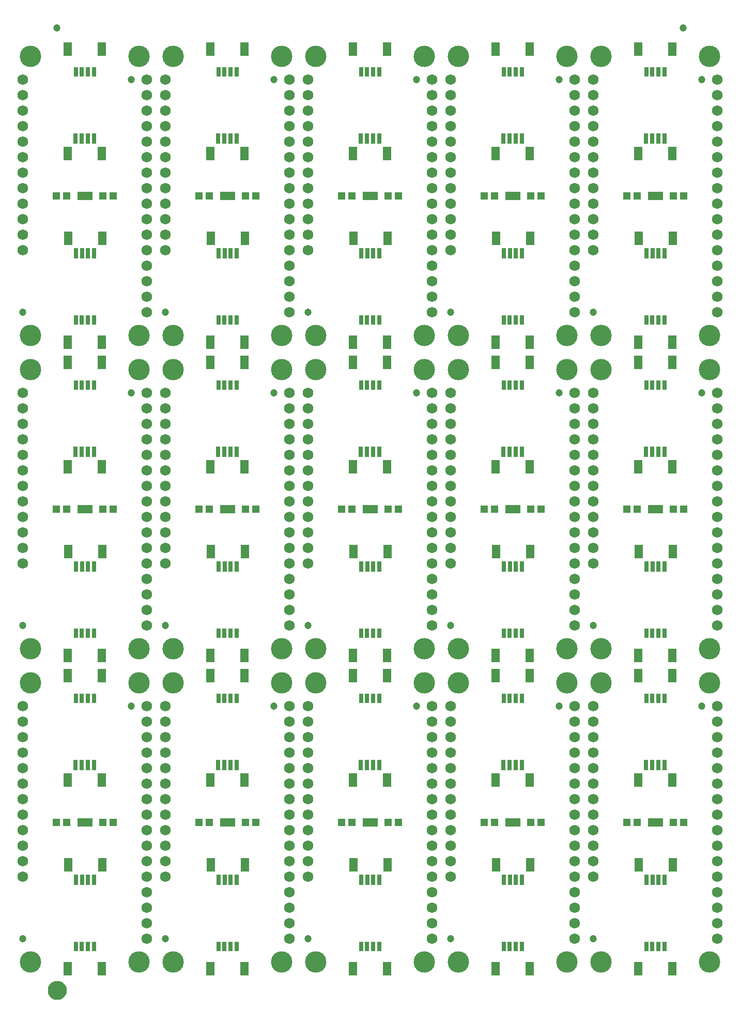
<source format=gts>
G75*
%MOIN*%
%OFA0B0*%
%FSLAX25Y25*%
%IPPOS*%
%LPD*%
%AMOC8*
5,1,8,0,0,1.08239X$1,22.5*
%
%ADD10R,0.05524X0.08674*%
%ADD11R,0.03162X0.06115*%
%ADD12R,0.03162X0.06902*%
%ADD13R,0.03300X0.05800*%
%ADD14R,0.05131X0.04737*%
%ADD15C,0.06800*%
%ADD16C,0.13800*%
%ADD17C,0.04737*%
%ADD18C,0.05000*%
%ADD19C,0.06706*%
D10*
X0082318Y0034281D03*
X0104365Y0034281D03*
X0104452Y0101348D03*
X0082405Y0101348D03*
X0082232Y0156152D03*
X0104279Y0156152D03*
X0104365Y0223219D03*
X0104365Y0236281D03*
X0082318Y0236281D03*
X0082318Y0223219D03*
X0082405Y0303348D03*
X0104452Y0303348D03*
X0104279Y0358152D03*
X0082232Y0358152D03*
X0082318Y0425219D03*
X0082318Y0438281D03*
X0104365Y0438281D03*
X0104365Y0425219D03*
X0174318Y0425219D03*
X0174318Y0438281D03*
X0196365Y0438281D03*
X0196365Y0425219D03*
X0196279Y0358152D03*
X0174232Y0358152D03*
X0174405Y0303348D03*
X0196452Y0303348D03*
X0196365Y0236281D03*
X0196365Y0223219D03*
X0174318Y0223219D03*
X0174318Y0236281D03*
X0174232Y0156152D03*
X0196279Y0156152D03*
X0196452Y0101348D03*
X0174405Y0101348D03*
X0174318Y0034281D03*
X0196365Y0034281D03*
X0266318Y0034281D03*
X0288365Y0034281D03*
X0288452Y0101348D03*
X0266405Y0101348D03*
X0266232Y0156152D03*
X0288279Y0156152D03*
X0288365Y0223219D03*
X0288365Y0236281D03*
X0266318Y0236281D03*
X0266318Y0223219D03*
X0266405Y0303348D03*
X0288452Y0303348D03*
X0288279Y0358152D03*
X0266232Y0358152D03*
X0266318Y0425219D03*
X0266318Y0438281D03*
X0288365Y0438281D03*
X0288365Y0425219D03*
X0358318Y0425219D03*
X0358318Y0438281D03*
X0380365Y0438281D03*
X0380365Y0425219D03*
X0380279Y0358152D03*
X0358232Y0358152D03*
X0358405Y0303348D03*
X0380452Y0303348D03*
X0380365Y0236281D03*
X0380365Y0223219D03*
X0358318Y0223219D03*
X0358318Y0236281D03*
X0358232Y0156152D03*
X0380279Y0156152D03*
X0380452Y0101348D03*
X0358405Y0101348D03*
X0358318Y0034281D03*
X0380365Y0034281D03*
X0450318Y0034281D03*
X0472365Y0034281D03*
X0472452Y0101348D03*
X0450405Y0101348D03*
X0450232Y0156152D03*
X0472279Y0156152D03*
X0472365Y0223219D03*
X0472365Y0236281D03*
X0450318Y0236281D03*
X0450318Y0223219D03*
X0450405Y0303348D03*
X0472452Y0303348D03*
X0472279Y0358152D03*
X0450232Y0358152D03*
X0450318Y0425219D03*
X0450318Y0438281D03*
X0472365Y0438281D03*
X0472365Y0425219D03*
X0472452Y0505348D03*
X0450405Y0505348D03*
X0450232Y0560152D03*
X0472279Y0560152D03*
X0472365Y0627219D03*
X0450318Y0627219D03*
X0380365Y0627219D03*
X0358318Y0627219D03*
X0358232Y0560152D03*
X0380279Y0560152D03*
X0380452Y0505348D03*
X0358405Y0505348D03*
X0288452Y0505348D03*
X0266405Y0505348D03*
X0266232Y0560152D03*
X0288279Y0560152D03*
X0288365Y0627219D03*
X0266318Y0627219D03*
X0196365Y0627219D03*
X0174318Y0627219D03*
X0174232Y0560152D03*
X0196279Y0560152D03*
X0196452Y0505348D03*
X0174405Y0505348D03*
X0104452Y0505348D03*
X0082405Y0505348D03*
X0082232Y0560152D03*
X0104279Y0560152D03*
X0104365Y0627219D03*
X0082318Y0627219D03*
D11*
X0087436Y0612750D03*
X0091373Y0612750D03*
X0095310Y0612750D03*
X0099247Y0612750D03*
X0179436Y0612750D03*
X0183373Y0612750D03*
X0187310Y0612750D03*
X0191247Y0612750D03*
X0271436Y0612750D03*
X0275373Y0612750D03*
X0279310Y0612750D03*
X0283247Y0612750D03*
X0363436Y0612750D03*
X0367373Y0612750D03*
X0371310Y0612750D03*
X0375247Y0612750D03*
X0455436Y0612750D03*
X0459373Y0612750D03*
X0463310Y0612750D03*
X0467247Y0612750D03*
X0467247Y0452750D03*
X0463310Y0452750D03*
X0459373Y0452750D03*
X0455436Y0452750D03*
X0455436Y0410750D03*
X0459373Y0410750D03*
X0463310Y0410750D03*
X0467247Y0410750D03*
X0375247Y0410750D03*
X0371310Y0410750D03*
X0367373Y0410750D03*
X0363436Y0410750D03*
X0363436Y0452750D03*
X0367373Y0452750D03*
X0371310Y0452750D03*
X0375247Y0452750D03*
X0283247Y0452750D03*
X0279310Y0452750D03*
X0275373Y0452750D03*
X0271436Y0452750D03*
X0271436Y0410750D03*
X0275373Y0410750D03*
X0279310Y0410750D03*
X0283247Y0410750D03*
X0191247Y0410750D03*
X0187310Y0410750D03*
X0183373Y0410750D03*
X0179436Y0410750D03*
X0179436Y0452750D03*
X0183373Y0452750D03*
X0187310Y0452750D03*
X0191247Y0452750D03*
X0099247Y0452750D03*
X0095310Y0452750D03*
X0091373Y0452750D03*
X0087436Y0452750D03*
X0087436Y0410750D03*
X0091373Y0410750D03*
X0095310Y0410750D03*
X0099247Y0410750D03*
X0099247Y0250750D03*
X0095310Y0250750D03*
X0091373Y0250750D03*
X0087436Y0250750D03*
X0087436Y0208750D03*
X0091373Y0208750D03*
X0095310Y0208750D03*
X0099247Y0208750D03*
X0179436Y0208750D03*
X0183373Y0208750D03*
X0187310Y0208750D03*
X0191247Y0208750D03*
X0191247Y0250750D03*
X0187310Y0250750D03*
X0183373Y0250750D03*
X0179436Y0250750D03*
X0271436Y0250750D03*
X0275373Y0250750D03*
X0279310Y0250750D03*
X0283247Y0250750D03*
X0283247Y0208750D03*
X0279310Y0208750D03*
X0275373Y0208750D03*
X0271436Y0208750D03*
X0363436Y0208750D03*
X0367373Y0208750D03*
X0371310Y0208750D03*
X0375247Y0208750D03*
X0375247Y0250750D03*
X0371310Y0250750D03*
X0367373Y0250750D03*
X0363436Y0250750D03*
X0455436Y0250750D03*
X0459373Y0250750D03*
X0463310Y0250750D03*
X0467247Y0250750D03*
X0467247Y0208750D03*
X0463310Y0208750D03*
X0459373Y0208750D03*
X0455436Y0208750D03*
X0455436Y0048750D03*
X0459373Y0048750D03*
X0463310Y0048750D03*
X0467247Y0048750D03*
X0375247Y0048750D03*
X0371310Y0048750D03*
X0367373Y0048750D03*
X0363436Y0048750D03*
X0283247Y0048750D03*
X0279310Y0048750D03*
X0275373Y0048750D03*
X0271436Y0048750D03*
X0191247Y0048750D03*
X0187310Y0048750D03*
X0183373Y0048750D03*
X0179436Y0048750D03*
X0099247Y0048750D03*
X0095310Y0048750D03*
X0091373Y0048750D03*
X0087436Y0048750D03*
D12*
X0087523Y0091801D03*
X0091460Y0091801D03*
X0095397Y0091801D03*
X0099334Y0091801D03*
X0099161Y0165699D03*
X0095224Y0165699D03*
X0091287Y0165699D03*
X0087350Y0165699D03*
X0179350Y0165699D03*
X0183287Y0165699D03*
X0187224Y0165699D03*
X0191161Y0165699D03*
X0191334Y0091801D03*
X0187397Y0091801D03*
X0183460Y0091801D03*
X0179523Y0091801D03*
X0271523Y0091801D03*
X0275460Y0091801D03*
X0279397Y0091801D03*
X0283334Y0091801D03*
X0283161Y0165699D03*
X0279224Y0165699D03*
X0275287Y0165699D03*
X0271350Y0165699D03*
X0363350Y0165699D03*
X0367287Y0165699D03*
X0371224Y0165699D03*
X0375161Y0165699D03*
X0375334Y0091801D03*
X0371397Y0091801D03*
X0367460Y0091801D03*
X0363523Y0091801D03*
X0455523Y0091801D03*
X0459460Y0091801D03*
X0463397Y0091801D03*
X0467334Y0091801D03*
X0467161Y0165699D03*
X0463224Y0165699D03*
X0459287Y0165699D03*
X0455350Y0165699D03*
X0455523Y0293801D03*
X0459460Y0293801D03*
X0463397Y0293801D03*
X0467334Y0293801D03*
X0467161Y0367699D03*
X0463224Y0367699D03*
X0459287Y0367699D03*
X0455350Y0367699D03*
X0375161Y0367699D03*
X0371224Y0367699D03*
X0367287Y0367699D03*
X0363350Y0367699D03*
X0363523Y0293801D03*
X0367460Y0293801D03*
X0371397Y0293801D03*
X0375334Y0293801D03*
X0283334Y0293801D03*
X0279397Y0293801D03*
X0275460Y0293801D03*
X0271523Y0293801D03*
X0271350Y0367699D03*
X0275287Y0367699D03*
X0279224Y0367699D03*
X0283161Y0367699D03*
X0191161Y0367699D03*
X0187224Y0367699D03*
X0183287Y0367699D03*
X0179350Y0367699D03*
X0179523Y0293801D03*
X0183460Y0293801D03*
X0187397Y0293801D03*
X0191334Y0293801D03*
X0099334Y0293801D03*
X0095397Y0293801D03*
X0091460Y0293801D03*
X0087523Y0293801D03*
X0087350Y0367699D03*
X0091287Y0367699D03*
X0095224Y0367699D03*
X0099161Y0367699D03*
X0099334Y0495801D03*
X0095397Y0495801D03*
X0091460Y0495801D03*
X0087523Y0495801D03*
X0087350Y0569699D03*
X0091287Y0569699D03*
X0095224Y0569699D03*
X0099161Y0569699D03*
X0179350Y0569699D03*
X0183287Y0569699D03*
X0187224Y0569699D03*
X0191161Y0569699D03*
X0191334Y0495801D03*
X0187397Y0495801D03*
X0183460Y0495801D03*
X0179523Y0495801D03*
X0271523Y0495801D03*
X0275460Y0495801D03*
X0279397Y0495801D03*
X0283334Y0495801D03*
X0283161Y0569699D03*
X0279224Y0569699D03*
X0275287Y0569699D03*
X0271350Y0569699D03*
X0363350Y0569699D03*
X0367287Y0569699D03*
X0371224Y0569699D03*
X0375161Y0569699D03*
X0375334Y0495801D03*
X0371397Y0495801D03*
X0367460Y0495801D03*
X0363523Y0495801D03*
X0455523Y0495801D03*
X0459460Y0495801D03*
X0463397Y0495801D03*
X0467334Y0495801D03*
X0467161Y0569699D03*
X0463224Y0569699D03*
X0459287Y0569699D03*
X0455350Y0569699D03*
D13*
X0458142Y0532750D03*
X0461342Y0532750D03*
X0464542Y0532750D03*
X0372542Y0532750D03*
X0369342Y0532750D03*
X0366142Y0532750D03*
X0280542Y0532750D03*
X0277342Y0532750D03*
X0274142Y0532750D03*
X0188542Y0532750D03*
X0185342Y0532750D03*
X0182142Y0532750D03*
X0096542Y0532750D03*
X0093342Y0532750D03*
X0090142Y0532750D03*
X0090142Y0330750D03*
X0093342Y0330750D03*
X0096542Y0330750D03*
X0182142Y0330750D03*
X0185342Y0330750D03*
X0188542Y0330750D03*
X0274142Y0330750D03*
X0277342Y0330750D03*
X0280542Y0330750D03*
X0366142Y0330750D03*
X0369342Y0330750D03*
X0372542Y0330750D03*
X0458142Y0330750D03*
X0461342Y0330750D03*
X0464542Y0330750D03*
X0464542Y0128750D03*
X0461342Y0128750D03*
X0458142Y0128750D03*
X0372542Y0128750D03*
X0369342Y0128750D03*
X0366142Y0128750D03*
X0280542Y0128750D03*
X0277342Y0128750D03*
X0274142Y0128750D03*
X0188542Y0128750D03*
X0185342Y0128750D03*
X0182142Y0128750D03*
X0096542Y0128750D03*
X0093342Y0128750D03*
X0090142Y0128750D03*
D14*
X0081688Y0128750D03*
X0074995Y0128750D03*
X0104995Y0128750D03*
X0111688Y0128750D03*
X0166995Y0128750D03*
X0173688Y0128750D03*
X0196995Y0128750D03*
X0203688Y0128750D03*
X0258995Y0128750D03*
X0265688Y0128750D03*
X0288995Y0128750D03*
X0295688Y0128750D03*
X0350995Y0128750D03*
X0357688Y0128750D03*
X0380995Y0128750D03*
X0387688Y0128750D03*
X0442995Y0128750D03*
X0449688Y0128750D03*
X0472995Y0128750D03*
X0479688Y0128750D03*
X0479688Y0330750D03*
X0472995Y0330750D03*
X0449688Y0330750D03*
X0442995Y0330750D03*
X0387688Y0330750D03*
X0380995Y0330750D03*
X0357688Y0330750D03*
X0350995Y0330750D03*
X0295688Y0330750D03*
X0288995Y0330750D03*
X0265688Y0330750D03*
X0258995Y0330750D03*
X0203688Y0330750D03*
X0196995Y0330750D03*
X0173688Y0330750D03*
X0166995Y0330750D03*
X0111688Y0330750D03*
X0104995Y0330750D03*
X0081688Y0330750D03*
X0074995Y0330750D03*
X0074995Y0532750D03*
X0081688Y0532750D03*
X0104995Y0532750D03*
X0111688Y0532750D03*
X0166995Y0532750D03*
X0173688Y0532750D03*
X0196995Y0532750D03*
X0203688Y0532750D03*
X0258995Y0532750D03*
X0265688Y0532750D03*
X0288995Y0532750D03*
X0295688Y0532750D03*
X0350995Y0532750D03*
X0357688Y0532750D03*
X0380995Y0532750D03*
X0387688Y0532750D03*
X0442995Y0532750D03*
X0449688Y0532750D03*
X0472995Y0532750D03*
X0479688Y0532750D03*
D15*
X0501342Y0527750D03*
X0501342Y0537750D03*
X0501342Y0547750D03*
X0501342Y0557750D03*
X0501342Y0567750D03*
X0501342Y0577750D03*
X0501342Y0587750D03*
X0501342Y0597750D03*
X0501342Y0607750D03*
X0421342Y0607750D03*
X0421342Y0597750D03*
X0421342Y0587750D03*
X0421342Y0577750D03*
X0421342Y0567750D03*
X0421342Y0557750D03*
X0421342Y0547750D03*
X0421342Y0537750D03*
X0421342Y0527750D03*
X0421342Y0517750D03*
X0421342Y0507750D03*
X0421342Y0497750D03*
X0409342Y0497750D03*
X0409342Y0487750D03*
X0409342Y0477750D03*
X0409342Y0467750D03*
X0409342Y0457750D03*
X0409342Y0507750D03*
X0409342Y0517750D03*
X0409342Y0527750D03*
X0409342Y0537750D03*
X0409342Y0547750D03*
X0409342Y0557750D03*
X0409342Y0567750D03*
X0409342Y0577750D03*
X0409342Y0587750D03*
X0409342Y0597750D03*
X0409342Y0607750D03*
X0329342Y0607750D03*
X0329342Y0597750D03*
X0329342Y0587750D03*
X0329342Y0577750D03*
X0329342Y0567750D03*
X0329342Y0557750D03*
X0329342Y0547750D03*
X0329342Y0537750D03*
X0329342Y0527750D03*
X0329342Y0517750D03*
X0329342Y0507750D03*
X0329342Y0497750D03*
X0317342Y0497750D03*
X0317342Y0487750D03*
X0317342Y0477750D03*
X0317342Y0467750D03*
X0317342Y0457750D03*
X0317342Y0507750D03*
X0317342Y0517750D03*
X0317342Y0527750D03*
X0317342Y0537750D03*
X0317342Y0547750D03*
X0317342Y0557750D03*
X0317342Y0567750D03*
X0317342Y0577750D03*
X0317342Y0587750D03*
X0317342Y0597750D03*
X0317342Y0607750D03*
X0237342Y0607750D03*
X0237342Y0597750D03*
X0237342Y0587750D03*
X0237342Y0577750D03*
X0237342Y0567750D03*
X0237342Y0557750D03*
X0237342Y0547750D03*
X0237342Y0537750D03*
X0237342Y0527750D03*
X0237342Y0517750D03*
X0237342Y0507750D03*
X0237342Y0497750D03*
X0225342Y0497750D03*
X0225342Y0487750D03*
X0225342Y0477750D03*
X0225342Y0467750D03*
X0225342Y0457750D03*
X0225342Y0507750D03*
X0225342Y0517750D03*
X0225342Y0527750D03*
X0225342Y0537750D03*
X0225342Y0547750D03*
X0225342Y0557750D03*
X0225342Y0567750D03*
X0225342Y0577750D03*
X0225342Y0587750D03*
X0225342Y0597750D03*
X0225342Y0607750D03*
X0145342Y0607750D03*
X0145342Y0597750D03*
X0145342Y0587750D03*
X0145342Y0577750D03*
X0145342Y0567750D03*
X0145342Y0557750D03*
X0145342Y0547750D03*
X0145342Y0537750D03*
X0145342Y0527750D03*
X0145342Y0517750D03*
X0145342Y0507750D03*
X0145342Y0497750D03*
X0133342Y0497750D03*
X0133342Y0487750D03*
X0133342Y0477750D03*
X0133342Y0467750D03*
X0133342Y0457750D03*
X0133342Y0507750D03*
X0133342Y0517750D03*
X0133342Y0527750D03*
X0133342Y0537750D03*
X0133342Y0547750D03*
X0133342Y0557750D03*
X0133342Y0567750D03*
X0133342Y0577750D03*
X0133342Y0587750D03*
X0133342Y0597750D03*
X0133342Y0607750D03*
X0053342Y0607750D03*
X0053342Y0597750D03*
X0053342Y0587750D03*
X0053342Y0577750D03*
X0053342Y0567750D03*
X0053342Y0557750D03*
X0053342Y0547750D03*
X0053342Y0537750D03*
X0053342Y0527750D03*
X0053342Y0517750D03*
X0053342Y0507750D03*
X0053342Y0497750D03*
X0053342Y0405750D03*
X0053342Y0395750D03*
X0053342Y0385750D03*
X0053342Y0375750D03*
X0053342Y0365750D03*
X0053342Y0355750D03*
X0053342Y0345750D03*
X0053342Y0335750D03*
X0053342Y0325750D03*
X0053342Y0315750D03*
X0053342Y0305750D03*
X0053342Y0295750D03*
X0133342Y0295750D03*
X0133342Y0305750D03*
X0133342Y0315750D03*
X0133342Y0325750D03*
X0133342Y0335750D03*
X0133342Y0345750D03*
X0133342Y0355750D03*
X0133342Y0365750D03*
X0133342Y0375750D03*
X0133342Y0385750D03*
X0133342Y0395750D03*
X0133342Y0405750D03*
X0145342Y0405750D03*
X0145342Y0395750D03*
X0145342Y0385750D03*
X0145342Y0375750D03*
X0145342Y0365750D03*
X0145342Y0355750D03*
X0145342Y0345750D03*
X0145342Y0335750D03*
X0145342Y0325750D03*
X0145342Y0315750D03*
X0145342Y0305750D03*
X0145342Y0295750D03*
X0133342Y0285750D03*
X0133342Y0275750D03*
X0133342Y0265750D03*
X0133342Y0255750D03*
X0133342Y0203750D03*
X0133342Y0193750D03*
X0133342Y0183750D03*
X0133342Y0173750D03*
X0133342Y0163750D03*
X0133342Y0153750D03*
X0133342Y0143750D03*
X0133342Y0133750D03*
X0133342Y0123750D03*
X0133342Y0113750D03*
X0133342Y0103750D03*
X0133342Y0093750D03*
X0133342Y0083750D03*
X0133342Y0073750D03*
X0133342Y0063750D03*
X0133342Y0053750D03*
X0145342Y0093750D03*
X0145342Y0103750D03*
X0145342Y0113750D03*
X0145342Y0123750D03*
X0145342Y0133750D03*
X0145342Y0143750D03*
X0145342Y0153750D03*
X0145342Y0163750D03*
X0145342Y0173750D03*
X0145342Y0183750D03*
X0145342Y0193750D03*
X0145342Y0203750D03*
X0225342Y0203750D03*
X0225342Y0193750D03*
X0225342Y0183750D03*
X0225342Y0173750D03*
X0225342Y0163750D03*
X0225342Y0153750D03*
X0225342Y0143750D03*
X0225342Y0133750D03*
X0225342Y0123750D03*
X0225342Y0113750D03*
X0225342Y0103750D03*
X0225342Y0093750D03*
X0225342Y0083750D03*
X0225342Y0073750D03*
X0225342Y0063750D03*
X0225342Y0053750D03*
X0237342Y0093750D03*
X0237342Y0103750D03*
X0237342Y0113750D03*
X0237342Y0123750D03*
X0237342Y0133750D03*
X0237342Y0143750D03*
X0237342Y0153750D03*
X0237342Y0163750D03*
X0237342Y0173750D03*
X0237342Y0183750D03*
X0237342Y0193750D03*
X0237342Y0203750D03*
X0225342Y0255750D03*
X0225342Y0265750D03*
X0225342Y0275750D03*
X0225342Y0285750D03*
X0225342Y0295750D03*
X0225342Y0305750D03*
X0225342Y0315750D03*
X0225342Y0325750D03*
X0225342Y0335750D03*
X0225342Y0345750D03*
X0225342Y0355750D03*
X0225342Y0365750D03*
X0225342Y0375750D03*
X0225342Y0385750D03*
X0225342Y0395750D03*
X0225342Y0405750D03*
X0237342Y0405750D03*
X0237342Y0395750D03*
X0237342Y0385750D03*
X0237342Y0375750D03*
X0237342Y0365750D03*
X0237342Y0355750D03*
X0237342Y0345750D03*
X0237342Y0335750D03*
X0237342Y0325750D03*
X0237342Y0315750D03*
X0237342Y0305750D03*
X0237342Y0295750D03*
X0317342Y0295750D03*
X0317342Y0305750D03*
X0317342Y0315750D03*
X0317342Y0325750D03*
X0317342Y0335750D03*
X0317342Y0345750D03*
X0317342Y0355750D03*
X0317342Y0365750D03*
X0317342Y0375750D03*
X0317342Y0385750D03*
X0317342Y0395750D03*
X0317342Y0405750D03*
X0329342Y0405750D03*
X0329342Y0395750D03*
X0329342Y0385750D03*
X0329342Y0375750D03*
X0329342Y0365750D03*
X0329342Y0355750D03*
X0329342Y0345750D03*
X0329342Y0335750D03*
X0329342Y0325750D03*
X0329342Y0315750D03*
X0329342Y0305750D03*
X0329342Y0295750D03*
X0317342Y0285750D03*
X0317342Y0275750D03*
X0317342Y0265750D03*
X0317342Y0255750D03*
X0317342Y0203750D03*
X0317342Y0193750D03*
X0317342Y0183750D03*
X0317342Y0173750D03*
X0317342Y0163750D03*
X0317342Y0153750D03*
X0317342Y0143750D03*
X0317342Y0133750D03*
X0317342Y0123750D03*
X0317342Y0113750D03*
X0317342Y0103750D03*
X0317342Y0093750D03*
X0317342Y0083750D03*
X0317342Y0073750D03*
X0317342Y0063750D03*
X0317342Y0053750D03*
X0329342Y0093750D03*
X0329342Y0103750D03*
X0329342Y0113750D03*
X0329342Y0123750D03*
X0329342Y0133750D03*
X0329342Y0143750D03*
X0329342Y0153750D03*
X0329342Y0163750D03*
X0329342Y0173750D03*
X0329342Y0183750D03*
X0329342Y0193750D03*
X0329342Y0203750D03*
X0409342Y0203750D03*
X0409342Y0193750D03*
X0409342Y0183750D03*
X0409342Y0173750D03*
X0409342Y0163750D03*
X0409342Y0153750D03*
X0409342Y0143750D03*
X0409342Y0133750D03*
X0409342Y0123750D03*
X0409342Y0113750D03*
X0409342Y0103750D03*
X0409342Y0093750D03*
X0409342Y0083750D03*
X0409342Y0073750D03*
X0409342Y0063750D03*
X0409342Y0053750D03*
X0421342Y0093750D03*
X0421342Y0103750D03*
X0421342Y0113750D03*
X0421342Y0123750D03*
X0421342Y0133750D03*
X0421342Y0143750D03*
X0421342Y0153750D03*
X0421342Y0163750D03*
X0421342Y0173750D03*
X0421342Y0183750D03*
X0421342Y0193750D03*
X0421342Y0203750D03*
X0409342Y0255750D03*
X0409342Y0265750D03*
X0409342Y0275750D03*
X0409342Y0285750D03*
X0409342Y0295750D03*
X0409342Y0305750D03*
X0409342Y0315750D03*
X0409342Y0325750D03*
X0409342Y0335750D03*
X0409342Y0345750D03*
X0409342Y0355750D03*
X0409342Y0365750D03*
X0409342Y0375750D03*
X0409342Y0385750D03*
X0409342Y0395750D03*
X0409342Y0405750D03*
X0421342Y0405750D03*
X0421342Y0395750D03*
X0421342Y0385750D03*
X0421342Y0375750D03*
X0421342Y0365750D03*
X0421342Y0355750D03*
X0421342Y0345750D03*
X0421342Y0335750D03*
X0421342Y0325750D03*
X0421342Y0315750D03*
X0421342Y0305750D03*
X0421342Y0295750D03*
X0501342Y0295750D03*
X0501342Y0305750D03*
X0501342Y0315750D03*
X0501342Y0325750D03*
X0501342Y0335750D03*
X0501342Y0345750D03*
X0501342Y0355750D03*
X0501342Y0365750D03*
X0501342Y0375750D03*
X0501342Y0385750D03*
X0501342Y0395750D03*
X0501342Y0405750D03*
X0501342Y0457750D03*
X0501342Y0467750D03*
X0501342Y0477750D03*
X0501342Y0487750D03*
X0501342Y0497750D03*
X0501342Y0507750D03*
X0501342Y0517750D03*
X0501342Y0285750D03*
X0501342Y0275750D03*
X0501342Y0265750D03*
X0501342Y0255750D03*
X0501342Y0203750D03*
X0501342Y0193750D03*
X0501342Y0183750D03*
X0501342Y0173750D03*
X0501342Y0163750D03*
X0501342Y0153750D03*
X0501342Y0143750D03*
X0501342Y0133750D03*
X0501342Y0123750D03*
X0501342Y0113750D03*
X0501342Y0103750D03*
X0501342Y0093750D03*
X0501342Y0083750D03*
X0501342Y0073750D03*
X0501342Y0063750D03*
X0501342Y0053750D03*
X0053342Y0093750D03*
X0053342Y0103750D03*
X0053342Y0113750D03*
X0053342Y0123750D03*
X0053342Y0133750D03*
X0053342Y0143750D03*
X0053342Y0153750D03*
X0053342Y0163750D03*
X0053342Y0173750D03*
X0053342Y0183750D03*
X0053342Y0193750D03*
X0053342Y0203750D03*
D16*
X0058342Y0218750D03*
X0058342Y0240750D03*
X0128342Y0240750D03*
X0150342Y0240750D03*
X0150342Y0218750D03*
X0128342Y0218750D03*
X0220342Y0218750D03*
X0242342Y0218750D03*
X0242342Y0240750D03*
X0220342Y0240750D03*
X0312342Y0240750D03*
X0334342Y0240750D03*
X0334342Y0218750D03*
X0312342Y0218750D03*
X0404342Y0218750D03*
X0426342Y0218750D03*
X0426342Y0240750D03*
X0404342Y0240750D03*
X0496342Y0240750D03*
X0496342Y0218750D03*
X0496342Y0038750D03*
X0426342Y0038750D03*
X0404342Y0038750D03*
X0334342Y0038750D03*
X0312342Y0038750D03*
X0242342Y0038750D03*
X0220342Y0038750D03*
X0150342Y0038750D03*
X0128342Y0038750D03*
X0058342Y0038750D03*
X0058342Y0420750D03*
X0058342Y0442750D03*
X0128342Y0442750D03*
X0150342Y0442750D03*
X0150342Y0420750D03*
X0128342Y0420750D03*
X0220342Y0420750D03*
X0242342Y0420750D03*
X0242342Y0442750D03*
X0220342Y0442750D03*
X0312342Y0442750D03*
X0334342Y0442750D03*
X0334342Y0420750D03*
X0312342Y0420750D03*
X0404342Y0420750D03*
X0426342Y0420750D03*
X0426342Y0442750D03*
X0404342Y0442750D03*
X0496342Y0442750D03*
X0496342Y0420750D03*
X0496342Y0622750D03*
X0426342Y0622750D03*
X0404342Y0622750D03*
X0334342Y0622750D03*
X0312342Y0622750D03*
X0242342Y0622750D03*
X0220342Y0622750D03*
X0150342Y0622750D03*
X0128342Y0622750D03*
X0058342Y0622750D03*
D17*
X0053342Y0053750D03*
X0145342Y0053750D03*
X0237342Y0053750D03*
X0329342Y0053750D03*
X0421342Y0053750D03*
X0399342Y0203750D03*
X0421342Y0255750D03*
X0491342Y0203750D03*
X0329342Y0255750D03*
X0307342Y0203750D03*
X0237342Y0255750D03*
X0215342Y0203750D03*
X0145342Y0255750D03*
X0123342Y0203750D03*
X0053342Y0255750D03*
X0123342Y0405750D03*
X0145342Y0457750D03*
X0215342Y0405750D03*
X0237342Y0457750D03*
X0307342Y0405750D03*
X0329342Y0457750D03*
X0399342Y0405750D03*
X0421342Y0457750D03*
X0491342Y0405750D03*
X0491342Y0607750D03*
X0479342Y0641000D03*
X0399342Y0607750D03*
X0307342Y0607750D03*
X0215342Y0607750D03*
X0123342Y0607750D03*
X0075342Y0641000D03*
X0053342Y0457750D03*
D18*
X0071777Y0020500D02*
X0071779Y0020619D01*
X0071785Y0020738D01*
X0071795Y0020857D01*
X0071809Y0020975D01*
X0071827Y0021093D01*
X0071848Y0021210D01*
X0071874Y0021326D01*
X0071904Y0021442D01*
X0071937Y0021556D01*
X0071974Y0021669D01*
X0072015Y0021781D01*
X0072060Y0021892D01*
X0072108Y0022001D01*
X0072160Y0022108D01*
X0072216Y0022213D01*
X0072275Y0022317D01*
X0072337Y0022418D01*
X0072403Y0022518D01*
X0072472Y0022615D01*
X0072544Y0022709D01*
X0072620Y0022802D01*
X0072698Y0022891D01*
X0072779Y0022978D01*
X0072864Y0023063D01*
X0072951Y0023144D01*
X0073040Y0023222D01*
X0073133Y0023298D01*
X0073227Y0023370D01*
X0073324Y0023439D01*
X0073424Y0023505D01*
X0073525Y0023567D01*
X0073629Y0023626D01*
X0073734Y0023682D01*
X0073841Y0023734D01*
X0073950Y0023782D01*
X0074061Y0023827D01*
X0074173Y0023868D01*
X0074286Y0023905D01*
X0074400Y0023938D01*
X0074516Y0023968D01*
X0074632Y0023994D01*
X0074749Y0024015D01*
X0074867Y0024033D01*
X0074985Y0024047D01*
X0075104Y0024057D01*
X0075223Y0024063D01*
X0075342Y0024065D01*
X0075461Y0024063D01*
X0075580Y0024057D01*
X0075699Y0024047D01*
X0075817Y0024033D01*
X0075935Y0024015D01*
X0076052Y0023994D01*
X0076168Y0023968D01*
X0076284Y0023938D01*
X0076398Y0023905D01*
X0076511Y0023868D01*
X0076623Y0023827D01*
X0076734Y0023782D01*
X0076843Y0023734D01*
X0076950Y0023682D01*
X0077055Y0023626D01*
X0077159Y0023567D01*
X0077260Y0023505D01*
X0077360Y0023439D01*
X0077457Y0023370D01*
X0077551Y0023298D01*
X0077644Y0023222D01*
X0077733Y0023144D01*
X0077820Y0023063D01*
X0077905Y0022978D01*
X0077986Y0022891D01*
X0078064Y0022802D01*
X0078140Y0022709D01*
X0078212Y0022615D01*
X0078281Y0022518D01*
X0078347Y0022418D01*
X0078409Y0022317D01*
X0078468Y0022213D01*
X0078524Y0022108D01*
X0078576Y0022001D01*
X0078624Y0021892D01*
X0078669Y0021781D01*
X0078710Y0021669D01*
X0078747Y0021556D01*
X0078780Y0021442D01*
X0078810Y0021326D01*
X0078836Y0021210D01*
X0078857Y0021093D01*
X0078875Y0020975D01*
X0078889Y0020857D01*
X0078899Y0020738D01*
X0078905Y0020619D01*
X0078907Y0020500D01*
X0078905Y0020381D01*
X0078899Y0020262D01*
X0078889Y0020143D01*
X0078875Y0020025D01*
X0078857Y0019907D01*
X0078836Y0019790D01*
X0078810Y0019674D01*
X0078780Y0019558D01*
X0078747Y0019444D01*
X0078710Y0019331D01*
X0078669Y0019219D01*
X0078624Y0019108D01*
X0078576Y0018999D01*
X0078524Y0018892D01*
X0078468Y0018787D01*
X0078409Y0018683D01*
X0078347Y0018582D01*
X0078281Y0018482D01*
X0078212Y0018385D01*
X0078140Y0018291D01*
X0078064Y0018198D01*
X0077986Y0018109D01*
X0077905Y0018022D01*
X0077820Y0017937D01*
X0077733Y0017856D01*
X0077644Y0017778D01*
X0077551Y0017702D01*
X0077457Y0017630D01*
X0077360Y0017561D01*
X0077260Y0017495D01*
X0077159Y0017433D01*
X0077055Y0017374D01*
X0076950Y0017318D01*
X0076843Y0017266D01*
X0076734Y0017218D01*
X0076623Y0017173D01*
X0076511Y0017132D01*
X0076398Y0017095D01*
X0076284Y0017062D01*
X0076168Y0017032D01*
X0076052Y0017006D01*
X0075935Y0016985D01*
X0075817Y0016967D01*
X0075699Y0016953D01*
X0075580Y0016943D01*
X0075461Y0016937D01*
X0075342Y0016935D01*
X0075223Y0016937D01*
X0075104Y0016943D01*
X0074985Y0016953D01*
X0074867Y0016967D01*
X0074749Y0016985D01*
X0074632Y0017006D01*
X0074516Y0017032D01*
X0074400Y0017062D01*
X0074286Y0017095D01*
X0074173Y0017132D01*
X0074061Y0017173D01*
X0073950Y0017218D01*
X0073841Y0017266D01*
X0073734Y0017318D01*
X0073629Y0017374D01*
X0073525Y0017433D01*
X0073424Y0017495D01*
X0073324Y0017561D01*
X0073227Y0017630D01*
X0073133Y0017702D01*
X0073040Y0017778D01*
X0072951Y0017856D01*
X0072864Y0017937D01*
X0072779Y0018022D01*
X0072698Y0018109D01*
X0072620Y0018198D01*
X0072544Y0018291D01*
X0072472Y0018385D01*
X0072403Y0018482D01*
X0072337Y0018582D01*
X0072275Y0018683D01*
X0072216Y0018787D01*
X0072160Y0018892D01*
X0072108Y0018999D01*
X0072060Y0019108D01*
X0072015Y0019219D01*
X0071974Y0019331D01*
X0071937Y0019444D01*
X0071904Y0019558D01*
X0071874Y0019674D01*
X0071848Y0019790D01*
X0071827Y0019907D01*
X0071809Y0020025D01*
X0071795Y0020143D01*
X0071785Y0020262D01*
X0071779Y0020381D01*
X0071777Y0020500D01*
D19*
X0075342Y0020500D03*
M02*

</source>
